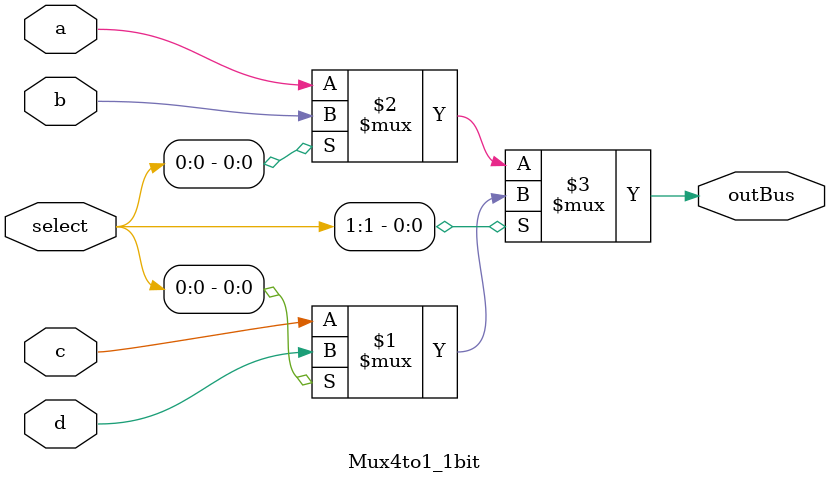
<source format=v>
module Mux4to1_1bit(input a,b,c,d, input [1:0] select, output outBus);
	assign outBus = select[1]?(select[0]?d:c):(select[0]?b:a);
endmodule
</source>
